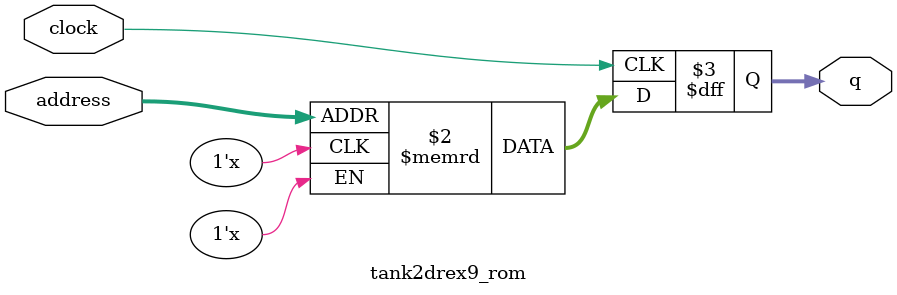
<source format=sv>
module tank2drex9_rom (
	input logic clock,
	input logic [9:0] address,
	output logic [3:0] q
);

logic [3:0] memory [0:1023] /* synthesis ram_init_file = "./tank2drex9/tank2drex9.mif" */;

always_ff @ (posedge clock) begin
	q <= memory[address];
end

endmodule

</source>
